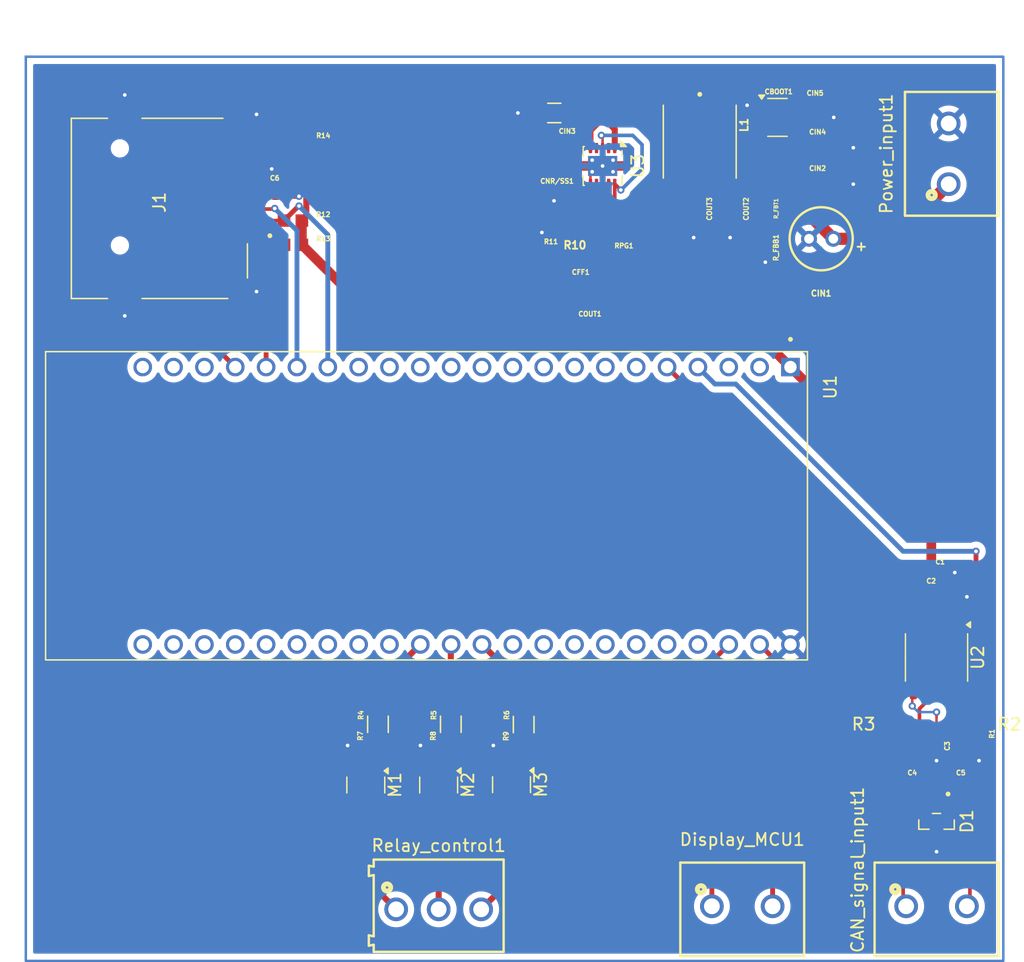
<source format=kicad_pcb>
(kicad_pcb (version 20241229) (generator "pcbnew") (generator_version "9.0")
  (layers (0 "F.Cu" signal) (2 "B.Cu" signal) (13 "F.Paste" user) (15 "B.Paste" user) (5 "F.SilkS" user "F.Silkscreen") (7 "B.SilkS" user "B.Silkscreen") (1 "F.Mask" user) (3 "B.Mask" user) (25 "Edge.Cuts" user))
  (net 0 "")
  (net 1 "+3V3")
  (net 2 "GND")
  (net 3 "Net-(U2-Vref)")
  (net 4 "/CAN H")
  (net 5 "/CAN L")
  (net 6 "Net-(U4-CB)")
  (net 7 "Net-(U4-SW)")
  (net 8 "Net-(U3-FB)")
  (net 9 "/12V in")
  (net 10 "/Vin LDO")
  (net 11 "Net-(U3-SS)")
  (net 12 "/GPIO17 (TX)")
  (net 13 "/GPIO18 (RX)")
  (net 14 "Net-(M1-G)")
  (net 15 "Net-(M2-G)")
  (net 16 "Net-(M3-G)")
  (net 17 "Net-(U2-Rs)")
  (net 18 "/GPIO 35")
  (net 19 "/GPIO 36")
  (net 20 "/GPIO 37")
  (net 21 "/M2 drain")
  (net 22 "/M1 drain")
  (net 23 "/M3 drain")
  (net 24 "Net-(U3-PG)")
  (net 25 "Net-(U4-FB)")
  (net 53 "/MOSI")
  (net 56 "/SCK")
  (net 57 "/MISO")
  (net 60 "/ESP RX pin")
  (net 61 "/ESP TX pin")
  (net 64 "Net-(J1-DAT1)")
  (net 65 "Net-(J1-DAT2)")
  (net 66 "/CS")
  (footprint "WCAP-ATG5_5X11:WCAP-ATG5_5X11_DXL_" (layer "F.Cu") (at 166.25 72.25)
    (property "Reference" "CIN1")
    (property "Value" "10uF")
  )
  (footprint "CL05B103KO5NNNC:CAPC1005X55N" (layer "F.Cu") (at 146.75 74.125 180)
    (property "Reference" "CFF1")
    (property "Value" "10nF")
  )
  (footprint "RC1206JR-071K6L:RESC3116X65N" (layer "F.Cu") (at 141.75 112.275 90)
    (property "Reference" "R9")
    (property "Value" "1.6kΩ")
  )
  (footprint "MSD-1-A:CUI_MSD-1-A" (layer "F.Cu") (at 111.75 69.75 -90)
    (property "Reference" "J1")
    (property "Value" "MSD-1-A")
  )
  (footprint "pes_logo:new_pes_logo" (layer "F.Cu") (at 113.25 119.75)
    (property "Reference" "LOGO_placeholder1" (hide yes))
    (property "Value" "C" (hide yes))
  )
  (footprint "GRM0335C1E300JA01D:CAPC0603X33N" (layer "F.Cu") (at 174.969 115.969)
    (property "Reference" "C5")
    (property "Value" "30pF")
  )
  (footprint "Resistor_SMD:R_0201_0603Metric_Pad0.64x0.40mm_HandSolder" (layer "F.Cu") (at 176.75 112.25 180)
    (property "Reference" "R2")
    (property "Value" "59Ω")
  )
  (footprint "RC0402FR-0713K7L:RESC1005X40N" (layer "F.Cu") (at 161.65 72.682 -90)
    (property "Reference" "R_FBB1")
    (property "Value" "13.7  kΩ")
  )
  (footprint "CL05A104KA5NNNC:CAPC1005X55N" (layer "F.Cu") (at 165.75 62.25)
    (property "Reference" "CIN5")
    (property "Value" "0.1uF")
  )
  (footprint "RMCF0603FT1K00:RESC1508X55N" (layer "F.Cu") (at 179.25 113.25 -90)
    (property "Reference" "R1")
    (property "Value" "1KΩ")
  )
  (footprint "RC1206JR-071K6L:RESC3116X65N" (layer "F.Cu") (at 129.75 112.25375 90)
    (property "Reference" "R7")
    (property "Value" "1.6kΩ")
  )
  (footprint "CL21A475KAQNNNE:CAPC2012X140N" (layer "F.Cu") (at 166.395 67.75)
    (property "Reference" "CIN2")
    (property "Value" "4.7uF")
  )
  (footprint "CL05A104KA5NNNC:CAPC1005X55N" (layer "F.Cu") (at 175.75 99.75)
    (property "Reference" "C1")
    (property "Value" "0.1uF")
  )
  (footprint "RC0603FR-0710KL:RESC1607X60N" (layer "F.Cu") (at 122.75 64.25 180)
    (property "Reference" "R14")
    (property "Value" "10kΩ")
  )
  (footprint "CL21A476MQYNNNG:CAPC2012X145N" (layer "F.Cu") (at 146.75 77.125 180)
    (property "Reference" "COUT1")
    (property "Value" "47uF")
  )
  (footprint "CL21A475KAQNNNE:CAPC2012X140N" (layer "F.Cu") (at 175.75 101.75)
    (property "Reference" "C2")
    (property "Value" "4.7uF")
  )
  (footprint "Package_SO:SOIC-8_3.9x4.9mm_P1.27mm" (layer "F.Cu") (at 175.75 106.75 -90)
    (property "Reference" "U2")
    (property "Value" "SN65HVD230")
  )
  (footprint "RC0603FR-0710KL:RESC1607X60N" (layer "F.Cu") (at 149.75 71.73 180)
    (property "Reference" "RPG1")
    (property "Value" "10 kΩ")
  )
  (footprint "VLS6045EX-6R8M:IND_VLS6045EX-6R8M" (layer "F.Cu") (at 156.25 64.25 -90)
    (property "Reference" "L1")
    (property "Value" "6.8 µH")
  )
  (footprint "GRM0335C1E300JA01D:CAPC0603X33N" (layer "F.Cu") (at 176.415 115.969 180)
    (property "Reference" "C4")
    (property "Value" "30pF")
  )
  (footprint "RC0201FR-073K74L:RESC0603X26N" (layer "F.Cu") (at 144.531 71.73 180)
    (property "Reference" "R11")
    (property "Value" "3.74 kΩ")
  )
  (footprint "RC1206JR-071K6L:RESC3116X65N" (layer "F.Cu") (at 135.75 112.25375 90)
    (property "Reference" "R8")
    (property "Value" "1.6kΩ")
  )
  (footprint "RC0603FR-0710KL:RESC1607X60N" (layer "F.Cu") (at 133.25 111.765 -90)
    (property "Reference" "R5")
    (property "Value" "10kΩ")
  )
  (footprint "CL31B106KAHNNNE:CAPC3216X180N" (layer "F.Cu") (at 144.275 61.885 180)
    (property "Reference" "CIN3")
    (property "Value" "10uF")
  )
  (footprint "Resistor_SMD:R_0201_0603Metric_Pad0.64x0.40mm_HandSolder" (layer "F.Cu") (at 174.75 112.25 180)
    (property "Reference" "R3")
    (property "Value" "59Ω")
  )
  (footprint "Package_SON:VSON-10-1EP_3x3mm_P0.5mm_EP1.65x2.4mm_ThermalVias" (layer "F.Cu") (at 148.25 66.25 -90)
    (property "Reference" "U3")
    (property "Value" "TPS74801AWDRC")
  )
  (footprint "CL05A104KA5NNNC:CAPC1005X55N" (layer "F.Cu") (at 162.65 59.25 180)
    (property "Reference" "CBOOT1")
    (property "Value" "0.1uF")
  )
  (footprint "RC0603FR-0710KL:RESC1607X60N" (layer "F.Cu") (at 139.25 111.75375 -90)
    (property "Reference" "R6")
    (property "Value" "10kΩ")
  )
  (footprint "Package_TO_SOT_SMD:SOT-23" (layer "F.Cu") (at 140.75 117.2325 -90)
    (property "Reference" "M3")
    (property "Value" "NTR2101P")
  )
  (footprint "CL05B103KO5NNNC:CAPC1005X55N" (layer "F.Cu") (at 145.75 69.125 180)
    (property "Reference" "CNR/SS1")
    (property "Value" "10nF")
  )
  (footprint "RC0603FR-0710KL:RESC1607X60N" (layer "F.Cu") (at 127.25 111.75375 -90)
    (property "Reference" "R4")
    (property "Value" "10kΩ")
  )
  (footprint "ESP32-S3-DEVKITC-1-N8R8:ESP32-S3-DEVKITC-1-N8R8" (layer "F.Cu") (at 133.75 94.25 -90)
    (property "Reference" "U1")
    (property "Value" "ESP32-S3-DEVKITC-1-N8R8")
  )
  (footprint "CL05A104KA5NNNC:CAPC1005X55N" (layer "F.Cu") (at 121.75 68.75)
    (property "Reference" "C6")
    (property "Value" "0.1uF")
  )
  (footprint "CL21A226MAYNNNE:CAPC2012X145N" (layer "F.Cu") (at 155.73 70.25 -90)
    (property "Reference" "COUT3")
    (property "Value" "22uF")
  )
  (footprint "CL05A104KA5NNNC:CAPC1005X55N" (layer "F.Cu") (at 175.75 113.75 -90)
    (property "Reference" "C3")
    (property "Value" "4.7nF")
  )
  (footprint "RC0603FR-0710KL:RESC1607X60N" (layer "F.Cu") (at 122.75 72.75 180)
    (property "Reference" "R13")
    (property "Value" "10kΩ")
  )
  (footprint "691214110003:691214110003" (layer "F.Cu") (at 134.75 127.5)
    (property "Reference" "Relay_control1")
    (property "Value" "Screw_Terminal_01x03" (hide yes))
  )
  (footprint "ESD2CAN24DBZRQ1:SOT95P237X112-3N" (layer "F.Cu") (at 175.75 120.25 -90)
    (property "Reference" "D1")
    (property "Value" "ESD2CAN24DBZRQ1" (hide yes))
  )
  (footprint "Package_TO_SOT_SMD:SOT-23" (layer "F.Cu") (at 128.75 117.25375 -90)
    (property "Reference" "M1")
    (property "Value" "NTR2101P")
  )
  (footprint "691137710002:691137710002" (layer "F.Cu") (at 175.75 127.25)
    (property "Reference" "CAN_signal_input1")
    (property "Value" "Screw_Terminal_01x02" (hide yes))
  )
  (footprint "691137710002:691137710002" (layer "F.Cu") (at 159.75 127.25)
    (property "Reference" "Display_MCU1")
    (property "Value" "Screw_Terminal_01x02" (hide yes))
  )
  (footprint "CL21A475KAQNNNE:CAPC2012X140N" (layer "F.Cu") (at 166.395 64.75)
    (property "Reference" "CIN4")
    (property "Value" "4.7uF")
  )
  (footprint "Package_TO_SOT_SMD:SOT-23" (layer "F.Cu") (at 134.75 117.25375 -90)
    (property "Reference" "M2")
    (property "Value" "NTR2101P")
  )
  (footprint "Package_TO_SOT_SMD:SOT-23-6" (layer "F.Cu") (at 162.65 62.25)
    (property "Reference" "U4" (hide yes))
    (property "Value" "LMR51430")
  )
  (footprint "RC0402FR-07100KL:RESC1005X40" (layer "F.Cu") (at 161.65 70 -90)
    (property "Reference" "R_FBT1")
    (property "Value" "100 kΩ")
  )
  (footprint "CL21A226MAYNNNE:CAPC2012X145N" (layer "F.Cu") (at 158.75 70.25 -90)
    (property "Reference" "COUT2")
    (property "Value" "22uF")
  )
  (footprint "RC0402FR-1311K8L:RESC1005X40N" (layer "F.Cu") (at 146.75 71.625 180)
    (property "Reference" "R10")
    (property "Value" "11.8 kΩ")
  )
  (footprint "RC0603FR-0710KL:RESC1607X60N" (layer "F.Cu") (at 122.75 70.75 180)
    (property "Reference" "R12")
    (property "Value" "10kΩ")
  )
  (footprint "691137710002:691137710002" (layer "F.Cu") (at 176.75 65.25 90)
    (property "Reference" "Power_input1")
    (property "Value" "Screw_Terminal_01x02")
  )
  (gr_rect (start 100.75 57.25) (end 181.25 131.75) (stroke (width 0.2)) (fill no) (layer "B.Cu"))
  (segment (start 129.985 79.25) (end 146.25 79.25) (width 0.8) (layer "F.Cu") (net 1))
  (segment (start 147.65 77.85) (end 147.65 77.125) (width 0.3) (layer "F.Cu") (net 1))
  (segment (start 174.855 104.015) (end 175.115 104.275) (width 0.6) (layer "F.Cu") (net 1))
  (segment (start 123.851 65.75) (end 123.851 64.616) (width 0.5) (layer "F.Cu") (net 1))
  (segment (start 175.318 99.75) (end 175.318 101.287) (width 0.6) (layer "F.Cu") (net 1))
  (segment (start 147.182 74.125) (end 147.182 76.657) (width 0.7) (layer "F.Cu") (net 1))
  (segment (start 121.318 68.75) (end 119.55 68.75) (width 0.5) (layer "F.Cu") (net 1))
  (segment (start 147.182 72.057) (end 147.182 74.125) (width 0.7) (layer "F.Cu") (net 1))
  (segment (start 121.318 68.283) (end 123.851 65.75) (width 0.5) (layer "F.Cu") (net 1))
  (segment (start 158.025 77.125) (end 163.72 82.82) (width 0.8) (layer "F.Cu") (net 1))
  (segment (start 123.851 66.25) (end 123.851 70.384) (width 0.5) (layer "F.Cu") (net 1))
  (segment (start 123.851 64.616) (end 123.851 66.25) (width 0.5) (layer "F.Cu") (net 1))
  (segment (start 148.75 71.465) (end 149.015 71.73) (width 0.2) (layer "F.Cu") (net 1))
  (segment (start 175.318 99.75) (end 175.318 94.418) (width 0.8) (layer "F.Cu") (net 1))
  (segment (start 123.851 70.384) (end 123.485 70.75) (width 0.2) (layer "F.Cu") (net 1))
  (segment (start 147.182 76.657) (end 147.65 77.125) (width 0.7) (layer "F.Cu") (net 1))
  (segment (start 147.18 71.625) (end 147.18 72.055) (width 0.5) (layer "F.Cu") (net 1))
  (segment (start 175.318 101.287) (end 174.855 101.75) (width 0.2) (layer "F.Cu") (net 1))
  (segment (start 147.65 77.125) (end 158.025 77.125) (width 0.8) (layer "F.Cu") (net 1))
  (segment (start 174.855 101.75) (end 174.855 104.015) (width 0.6) (layer "F.Cu") (net 1))
  (segment (start 146.25 79.25) (end 147.65 77.85) (width 0.8) (layer "F.Cu") (net 1))
  (segment (start 149.015 71.73) (end 147.285 71.73) (width 0.6) (layer "F.Cu") (net 1))
  (segment (start 148.75 67.725) (end 148.75 71.465) (width 0.5) (layer "F.Cu") (net 1))
  (segment (start 175.318 94.418) (end 163.72 82.82) (width 0.8) (layer "F.Cu") (net 1))
  (segment (start 119.55 68.75) (end 119.5 68.7) (width 0.2) (layer "F.Cu") (net 1))
  (segment (start 123.485 64.25) (end 123.851 64.616) (width 0.2) (layer "F.Cu") (net 1))
  (segment (start 123.485 70.75) (end 123.485 72.75) (width 0.8) (layer "F.Cu") (net 1))
  (segment (start 121.318 68.75) (end 121.318 68.283) (width 0.5) (layer "F.Cu") (net 1))
  (segment (start 123.485 72.75) (end 129.985 79.25) (width 0.8) (layer "F.Cu") (net 1))
  (segment (start 147.18 72.055) (end 147.182 72.057) (width 0.2) (layer "F.Cu") (net 1))
  (segment (start 122.75 68.75) (end 123.25 68.75) (width 0.4) (layer "F.Cu") (net 2))
  (segment (start 167.29 67.75) (end 168.895 67.75) (width 0.4) (layer "F.Cu") (net 2))
  (segment (start 175.75 115.969) (end 175.25 115.969) (width 0.2) (layer "F.Cu") (net 2))
  (segment (start 176.645 101.75) (end 178.25 101.75) (width 0.4) (layer "F.Cu") (net 2))
  (segment (start 176.385 102.01) (end 176.645 101.75) (width 0.2) (layer "F.Cu") (net 2))
  (segment (start 167.29 64.75) (end 168.895 64.75) (width 0.4) (layer "F.Cu") (net 2))
  (segment (start 144.25 71.73) (end 143.25 71.73) (width 0.4) (layer "F.Cu") (net 2))
  (segment (start 149.34 66.5) (end 149.11 66.73) (width 0.2) (layer "F.Cu") (net 2))
  (segment (start 161.65 73.114) (end 161.65 74.182) (width 0.4) (layer "F.Cu") (net 2))
  (segment (start 148.5 66) (end 148.25 66.25) (width 0.2) (layer "F.Cu") (net 2))
  (segment (start 133.8 114.55) (end 133.25 114) (width 0.4) (layer "F.Cu") (net 2))
  (segment (start 149.34 66) (end 149.11 65.77) (width 0.2) (layer "F.Cu") (net 2))
  (segment (start 147.16 66.5) (end 147.39 66.73) (width 0.2) (layer "F.Cu") (net 2))
  (segment (start 175.75 114.182) (end 175.75 115.25) (width 0.2) (layer "F.Cu") (net 2))
  (segment (start 155.73 72.13) (end 155.75 72.15) (width 0.2) (layer "F.Cu") (net 2))
  (segment (start 161.65 74.182) (end 161.65 73.682) (width 0.2) (layer "F.Cu") (net 2))
  (segment (start 149.8 66.5) (end 149.34 66.5) (width 0.2) (layer "F.Cu") (net 2))
  (segment (start 127.8 114.55) (end 127.25 114) (width 0.4) (layer "F.Cu") (net 2))
  (segment (start 146.7 66.5) (end 147.16 66.5) (width 0.2) (layer "F.Cu") (net 2))
  (segment (start 147.25 67.725) (end 147.25 66.87) (width 0.2) (layer "F.Cu") (net 2))
  (segment (start 175.75 115.969) (end 175.75 115.25) (width 0.2) (layer "F.Cu") (net 2))
  (segment (start 118.2 62) (end 119.75 62) (width 0.4) (layer "F.Cu") (net 2))
  (segment (start 148 66) (end 148.25 66.25) (width 0.2) (layer "F.Cu") (net 2))
  (segment (start 147.16 66) (end 147.39 65.77) (width 0.2) (layer "F.Cu") (net 2))
  (segment (start 142.815 61.885) (end 141.275 61.885) (width 0.4) (layer "F.Cu") (net 2))
  (segment (start 175.75 121.305) (end 175.75 122.75) (width 0.2) (layer "F.Cu") (net 2))
  (segment (start 145.318 69.125) (end 144.25 69.125) (width 0.4) (layer "F.Cu") (net 2))
  (segment (start 176.385 104.275) (end 176.385 102.01) (width 0.2) (layer "F.Cu") (net 2))
  (segment (start 155.73 71.15) (end 155.73 72.13) (width 0.4) (layer "F.Cu") (net 2))
  (segment (start 176.182 99.75) (end 177.25 99.75) (width 0.4) (layer "F.Cu") (net 2))
  (segment (start 146.7 66) (end 147.16 66) (width 0.2) (layer "F.Cu") (net 2))
  (segment (start 139.8 116.295) (end 139.8 114.55) (width 0.4) (layer "F.Cu") (net 2))
  (segment (start 139.25 112.48875) (end 139.25 114) (width 0.4) (layer "F.Cu") (net 2))
  (segment (start 176.645 101.75) (end 177.75 101.75) (width 0.4) (layer "F.Cu") (net 2))
  (segment (start 118.45 76.6) (end 119.75 76.6) (width 0.4) (layer "F.Cu") (net 2))
  (segment (start 108.9 62) (end 108.9 60.4) (width 0.4) (layer "F.Cu") (net 2))
  (segment (start 119.5 66.5) (end 121 66.5) (width 0.4) (layer "F.Cu") (net 2))
  (segment (start 127.25 112.48875) (end 127.25 114) (width 0.4) (layer "F.Cu") (net 2))
  (segment (start 148 66.5) (end 148.25 66.25) (width 0.2) (layer "F.Cu") (net 2))
  (segment (start 133.8 116.31625) (end 133.8 114.55) (width 0.4) (layer "F.Cu") (net 2))
  (segment (start 148.5 66.5) (end 148.25 66.25) (width 0.2) (layer "F.Cu") (net 2))
  (segment (start 160.2 61.3) (end 160.15 61.25) (width 0.2) (layer "F.Cu") (net 2))
  (segment (start 133.25 112.5) (end 133.25 114) (width 0.4) (layer "F.Cu") (net 2))
  (segment (start 176.134 115.969) (end 175.75 115.969) (width 0.2) (layer "F.Cu") (net 2))
  (segment (start 158.75 71.15) (end 158.75 72.15) (width 0.4) (layer "F.Cu") (net 2))
  (segment (start 179.25 114.01) (end 179.25 115.25) (width 0.4) (layer "F.Cu") (net 2))
  (segment (start 166.216 62.25) (end 167.284 62.25) (width 0.4) (layer "F.Cu") (net 2))
  (segment (start 127.8 116.31625) (end 127.8 114.55) (width 0.4) (layer "F.Cu") (net 2))
  (segment (start 139.8 114.55) (end 139.25 114) (width 0.4) (layer "F.Cu") (net 2))
  (segment (start 108.9 77.5) (end 108.9 78.6) (width 0.4) (layer "F.Cu") (net 2))
  (segment (start 161.5125 61.3) (end 160.2 61.3) (width 0.4) (layer "F.Cu") (net 2))
  (segment (start 147.25 66.87) (end 147.39 66.73) (width 0.2) (layer "F.Cu") (net 2))
  (segment (start 122.182 68.75) (end 122.75 68.75) (width 0.4) (layer "F.Cu") (net 2))
  (segment (start 149.8 66) (end 149.34 66) (width 0.2) (layer "F.Cu") (net 2))
  (via (at 139.25 114) (size 0.6) (drill 0.3) (layers "F.Cu" "B.Cu") (net 2))
  (via (at 168.895 67.75) (size 0.6) (drill 0.3) (layers "F.Cu" "B.Cu") (net 2))
  (via (at 167.284 62.25) (size 0.6) (drill 0.3) (layers "F.Cu" "B.Cu") (net 2))
  (via (at 133.25 114) (size 0.6) (drill 0.3) (layers "F.Cu" "B.Cu") (net 2))
  (via (at 119.75 62) (size 0.6) (drill 0.3) (layers "F.Cu" "B.Cu") (net 2))
  (via (at 177.25 99.75) (size 0.6) (drill 0.3) (layers "F.Cu" "B.Cu") (net 2))
  (via (at 143.25 71.73) (size 0.6) (drill 0.3) (layers "F.Cu" "B.Cu") (net 2))
  (via (at 160.15 61.25) (size 0.6) (drill 0.3) (layers "F.Cu" "B.Cu") (net 2))
  (via (at 127.25 114) (size 0.6) (drill 0.3) (layers "F.Cu" "B.Cu") (net 2))
  (via (at 158.75 72.15) (size 0.6) (drill 0.3) (layers "F.Cu" "B.Cu") (net 2))
  (via (at 141.275 61.885) (size 0.6) (drill 0.3) (layers "F.Cu" "B.Cu") (net 2))
  (via (at 123.25 68.75) (size 0.6) (drill 0.3) (layers "F.Cu" "B.Cu") (net 2))
  (via (at 179.25 115.25) (size 0.6) (drill 0.3) (layers "F.Cu" "B.Cu") (net 2))
  (via (at 155.75 72.15) (size 0.6) (drill 0.3) (layers "F.Cu" "B.Cu") (net 2))
  (via (at 119.75 76.6) (size 0.6) (drill 0.3) (layers "F.Cu" "B.Cu") (net 2))
  (via (at 108.9 78.6) (size 0.6) (drill 0.3) (layers "F.Cu" "B.Cu") (net 2))
  (via (at 175.75 115.25) (size 0.6) (drill 0.3) (layers "F.Cu" "B.Cu") (net 2))
  (via (at 108.9 60.4) (size 0.6) (drill 0.3) (layers "F.Cu" "B.Cu") (net 2))
  (via (at 168.895 64.75) (size 0.6) (drill 0.3) (layers "F.Cu" "B.Cu") (net 2))
  (via (at 178.25 101.75) (size 0.6) (drill 0.3) (layers "F.Cu" "B.Cu") (net 2))
  (via (at 161.65 74.182) (size 0.6) (drill 0.3) (layers "F.Cu" "B.Cu") (net 2))
  (via (at 121 66.5) (size 0.6) (drill 0.3) (layers "F.Cu" "B.Cu") (net 2))
  (via (at 144.25 69.125) (size 0.6) (drill 0.3) (layers "F.Cu" "B.Cu") (net 2))
  (via (at 175.75 122.75) (size 0.6) (drill 0.3) (layers "F.Cu" "B.Cu") (net 2))
  (segment (start 175.75 112.25) (end 175.1575 112.25) (width 0.2) (layer "F.Cu") (net 3))
  (segment (start 175.75 112.25) (end 175.75 111.25) (width 0.2) (layer "F.Cu") (net 3))
  (segment (start 176.3425 112.25) (end 175.75 112.25) (width 0.2) (layer "F.Cu") (net 3))
  (segment (start 173.75 110.75) (end 173.75 109.32) (width 0.2) (layer "F.Cu") (net 3))
  (segment (start 175.75 112.25) (end 175.75 113.318) (width 0.2) (layer "F.Cu") (net 3))
  (segment (start 175.75 111.25) (end 175.75 111.66) (width 0.2) (layer "F.Cu") (net 3))
  (segment (start 173.75 109.32) (end 173.845 109.225) (width 0.2) (layer "F.Cu") (net 3))
  (via (at 173.75 110.75) (size 0.6) (drill 0.3) (layers "F.Cu" "B.Cu") (net 3))
  (via (at 175.75 111.25) (size 0.6) (drill 0.3) (layers "F.Cu" "B.Cu") (net 3))
  (segment (start 175.75 111.25) (end 174.25 111.25) (width 0.2) (layer "B.Cu") (net 3))
  (segment (start 174.25 111.25) (end 173.75 110.75) (width 0.2) (layer "B.Cu") (net 3))
  (segment (start 176.625 115.898) (end 176.696 115.969) (width 0.2) (layer "F.Cu") (net 4))
  (segment (start 177.1575 110.972499) (end 177.1575 113.25) (width 0.3) (layer "F.Cu") (net 4))
  (segment (start 177.1575 115.5075) (end 176.696 115.969) (width 0.3) (layer "F.Cu") (net 4))
  (segment (start 178.5 120.995) (end 178.5 127) (width 0.3) (layer "F.Cu") (net 4))
  (segment (start 176.7 119.195) (end 178.5 120.995) (width 0.3) (layer "F.Cu") (net 4))
  (segment (start 176.385 110.199999) (end 177.1575 110.972499) (width 0.3) (layer "F.Cu") (net 4))
  (segment (start 177.1575 113.25) (end 177.1575 115.5075) (width 0.3) (layer "F.Cu") (net 4))
  (segment (start 176.385 109.225) (end 176.385 110.199999) (width 0.2) (layer "F.Cu") (net 4))
  (segment (start 176.696 119.191) (end 176.7 119.195) (width 0.2) (layer "F.Cu") (net 4))
  (segment (start 176.696 115.969) (end 176.696 119.191) (width 0.3) (layer "F.Cu") (net 4))
  (segment (start 178.5 127) (end 178.25 127.25) (width 0.3) (layer "F.Cu") (net 4))
  (segment (start 174.688 115.969) (end 174.688 119.083) (width 0.3) (layer "F.Cu") (net 5))
  (segment (start 175.115 110.199999) (end 174.3425 110.972499) (width 0.3) (layer "F.Cu") (net 5))
  (segment (start 173 120.995) (end 173 127) (width 0.3) (layer "F.Cu") (net 5))
  (segment (start 174.3425 110.972499) (end 174.3425 113.25) (width 0.3) (layer "F.Cu") (net 5))
  (segment (start 174.3425 113.25) (end 174.3425 115.6235) (width 0.3) (layer "F.Cu") (net 5))
  (segment (start 174.688 119.083) (end 174.8 119.195) (width 0.2) (layer "F.Cu") (net 5))
  (segment (start 174.75 115.907) (end 174.688 115.969) (width 0.2) (layer "F.Cu") (net 5))
  (segment (start 173 127) (end 173.25 127.25) (width 0.3) (layer "F.Cu") (net 5))
  (segment (start 174.3425 115.6235) (end 174.688 115.969) (width 0.3) (layer "F.Cu") (net 5))
  (segment (start 174.8 119.195) (end 173 120.995) (width 0.3) (layer "F.Cu") (net 5))
  (segment (start 175.115 109.225) (end 175.115 110.199999) (width 0.2) (layer "F.Cu") (net 5))
  (segment (start 164.15 60.9375) (end 163.7875 61.3) (width 0.4) (layer "F.Cu") (net 6))
  (segment (start 164.15 59.75) (end 164.15 60.9375) (width 0.4) (layer "F.Cu") (net 6))
  (segment (start 163.65 59.25) (end 164.15 59.75) (width 0.4) (layer "F.Cu") (net 6))
  (segment (start 163.082 59.25) (end 163.65 59.25) (width 0.4) (layer "F.Cu") (net 6))
  (segment (start 162.218 59.25) (end 159.15 59.25) (width 0.4) (layer "F.Cu") (net 7))
  (segment (start 156.35 62.25) (end 156.25 62.15) (width 0.2) (layer "F.Cu") (net 7))
  (segment (start 159.15 59.25) (end 156.25 62.15) (width 0.4) (layer "F.Cu") (net 7))
  (segment (start 161.5125 62.25) (end 156.35 62.25) (width 0.8) (layer "F.Cu") (net 7))
  (segment (start 144.917 71.625) (end 144.812 71.73) (width 0.2) (layer "F.Cu") (net 8))
  (segment (start 146.318 72.057) (end 146.318 74.125) (width 0.3) (layer "F.Cu") (net 8))
  (segment (start 146.318 74.125) (end 146.318 76.657) (width 0.3) (layer "F.Cu") (net 8))
  (segment (start 148.25 68.625) (end 146.32 70.555) (width 0.3) (layer "F.Cu") (net 8))
  (segment (start 146.32 71.625) (end 146.32 72.055) (width 0.3) (layer "F.Cu") (net 8))
  (segment (start 146.318 76.657) (end 145.85 77.125) (width 0.2) (layer "F.Cu") (net 8))
  (segment (start 146.32 71.625) (end 144.917 71.625) (width 0.3) (layer "F.Cu") (net 8))
  (segment (start 146.32 72.055) (end 146.318 72.057) (width 0.3) (layer "F.Cu") (net 8))
  (segment (start 146.32 70.555) (end 146.32 71.625) (width 0.3) (layer "F.Cu") (net 8))
  (segment (start 148.25 67.725) (end 148.25 68.625) (width 0.3) (layer "F.Cu") (net 8))
  (segment (start 172.25 72.25) (end 176.75 67.75) (width 1) (layer "F.Cu") (net 9))
  (segment (start 165.5 67.75) (end 165.5 70.5) (width 1) (layer "F.Cu") (net 9))
  (segment (start 165.5 64.75) (end 165.5 62.432) (width 0.6) (layer "F.Cu") (net 9))
  (segment (start 162.2 63.2) (end 163.15 62.25) (width 0.6) (layer "F.Cu") (net 9))
  (segment (start 165.5 70.5) (end 167.25 72.25) (width 1) (layer "F.Cu") (net 9))
  (segment (start 163.15 62.25) (end 163.7875 62.25) (width 0.2) (layer "F.Cu") (net 9))
  (segment (start 161.5125 63.2) (end 162.2 63.2) (width 0.2) (layer "F.Cu") (net 9))
  (segment (start 165.318 62.25) (end 163.7875 62.25) (width 0.6) (layer "F.Cu") (net 9))
  (segment (start 167.25 72.25) (end 172.25 72.25) (width 1) (layer "F.Cu") (net 9))
  (segment (start 165.5 66.25) (end 165.5 64.75) (width 1) (layer "F.Cu") (net 9))
  (segment (start 163.8555 62.182) (end 163.7875 62.25) (width 0.2) (layer "F.Cu") (net 9))
  (segment (start 165.5 67.75) (end 165.5 66.25) (width 1) (layer "F.Cu") (net 9))
  (segment (start 148.005 61.885) (end 148.35 62.23) (width 0.6) (layer "F.Cu") (net 10))
  (segment (start 151.23 62.23) (end 155.35 66.35) (width 0.8) (layer "F.Cu") (net 10))
  (segment (start 148.35 62.23) (end 151.23 62.23) (width 0.8) (layer "F.Cu") (net 10))
  (segment (start 147.25 63.33) (end 148.25 62.33) (width 0.5) (layer "F.Cu") (net 10))
  (segment (start 148.35 62.33) (end 148.75 62.73) (width 0.5) (layer "F.Cu") (net 10))
  (segment (start 161.85 69.15) (end 161.65 69.35) (width 0.2) (layer "F.Cu") (net 10))
  (segment (start 158.75 69.35) (end 155.73 69.35) (width 1) (layer "F.Cu") (net 10))
  (segment (start 148.45 62.23) (end 148.35 62.33) (width 0.2) (layer "F.Cu") (net 10))
  (segment (start 147.25 63.33) (end 147.25 64.775) (width 0.5) (layer "F.Cu") (net 10))
  (segment (start 156.25 66.35) (end 156.25 68.83) (width 1) (layer "F.Cu") (net 10))
  (segment (start 161.65 69.35) (end 157.25 69.35) (width 0.6) (layer "F.Cu") (net 10))
  (segment (start 155.35 66.35) (end 156.25 66.35) (width 0.8) (layer "F.Cu") (net 10))
  (segment (start 148.75 64.775) (end 149.25 64.775) (width 0.3) (layer "F.Cu") (net 10))
  (segment (start 148.75 62.73) (end 149.25 63.23) (width 0.5) (layer "F.Cu") (net 10))
  (segment (start 145.735 61.885) (end 148.005 61.885) (width 0.6) (layer "F.Cu") (net 10))
  (segment (start 148.25 62.33) (end 148.35 62.33) (width 0.2) (layer "F.Cu") (net 10))
  (segment (start 148.35 62.23) (end 148.35 62.33) (width 0.3) (layer "F.Cu") (net 10))
  (segment (start 149.25 63.23) (end 149.25 64.775) (width 0.5) (layer "F.Cu") (net 10))
  (segment (start 146.801612 69.125) (end 147.75 68.176612) (width 0.3) (layer "F.Cu") (net 11))
  (segment (start 146.182 69.125) (end 146.801612 69.125) (width 0.3) (layer "F.Cu") (net 11))
  (segment (start 147.75 68.176612) (end 147.75 67.725) (width 0.3) (layer "F.Cu") (net 11))
  (segment (start 162.25 127.25) (end 162.25 106.75) (width 0.4) (layer "F.Cu") (net 12))
  (segment (start 162.25 106.75) (end 161.18 105.68) (width 0.4) (layer "F.Cu") (net 12))
  (segment (start 157.25 107.07) (end 158.64 105.68) (width 0.4) (layer "F.Cu") (net 13))
  (segment (start 157.25 127.25) (end 157.25 107.07) (width 0.4) (layer "F.Cu") (net 13))
  (segment (start 129.75 113.73375) (end 129.75 116.26625) (width 0.5) (layer "F.Cu") (net 14))
  (segment (start 129.75 116.26625) (end 129.7 116.31625) (width 0.2) (layer "F.Cu") (net 14))
  (segment (start 135.75 113.73375) (end 135.75 116.26625) (width 0.5) (layer "F.Cu") (net 15))
  (segment (start 135.75 116.26625) (end 135.7 116.31625) (width 0.2) (layer "F.Cu") (net 15))
  (segment (start 141.75 116.245) (end 141.7 116.295) (width 0.2) (layer "F.Cu") (net 16))
  (segment (start 141.75 113.755) (end 141.75 116.245) (width 0.5) (layer "F.Cu") (net 16))
  (segment (start 177.655 110.895) (end 179.25 112.49) (width 0.2) (layer "F.Cu") (net 17))
  (segment (start 177.655 109.225) (end 177.655 110.895) (width 0.2) (layer "F.Cu") (net 17))
  (segment (start 129.75 109.17) (end 133.24 105.68) (width 0.5) (layer "F.Cu") (net 18))
  (segment (start 129.505 111.01875) (end 129.75 110.77375) (width 0.2) (layer "F.Cu") (net 18))
  (segment (start 129.75 110.77375) (end 129.75 109.17) (width 0.5) (layer "F.Cu") (net 18))
  (segment (start 127.25 111.01875) (end 129.505 111.01875) (width 0.3) (layer "F.Cu") (net 18))
  (segment (start 135.49375 111.03) (end 135.75 110.77375) (width 0.2) (layer "F.Cu") (net 19))
  (segment (start 135.75 110.77375) (end 135.75 105.71) (width 0.5) (layer "F.Cu") (net 19))
  (segment (start 135.75 110.5) (end 135.78 110.47) (width 0.2) (layer "F.Cu") (net 19))
  (segment (start 133.25 111.03) (end 135.49375 111.03) (width 0.3) (layer "F.Cu") (net 19))
  (segment (start 135.75 110.77375) (end 135.75 110.5) (width 0.2) (layer "F.Cu") (net 19))
  (segment (start 135.75 105.71) (end 135.78 105.68) (width 0.2) (layer "F.Cu") (net 19))
  (segment (start 141.75 110.795) (end 141.75 109.11) (width 0.5) (layer "F.Cu") (net 20))
  (segment (start 139.25 111.01875) (end 141.52625 111.01875) (width 0.3) (layer "F.Cu") (net 20))
  (segment (start 141.52625 111.01875) (end 141.75 110.795) (width 0.2) (layer "F.Cu") (net 20))
  (segment (start 141.75 109.11) (end 138.32 105.68) (width 0.5) (layer "F.Cu") (net 20))
  (segment (start 134.75 118.19125) (end 134.75 127.5) (width 0.5) (layer "F.Cu") (net 21))
  (segment (start 128.75 118.19125) (end 128.75 125) (width 0.5) (layer "F.Cu") (net 22))
  (segment (start 128.75 125) (end 131.25 127.5) (width 0.5) (layer "F.Cu") (net 22))
  (segment (start 140.75 118.17) (end 140.75 125) (width 0.5) (layer "F.Cu") (net 23))
  (segment (start 140.75 125) (end 138.25 127.5) (width 0.5) (layer "F.Cu") (net 23))
  (segment (start 148.25 63.83) (end 148.15 63.73) (width 0.2) (layer "F.Cu") (net 24))
  (segment (start 148.25 64.775) (end 148.25 63.83) (width 0.2) (layer "F.Cu") (net 24))
  (segment (start 149.25 67.725) (end 149.25 70.495) (width 0.3) (layer "F.Cu") (net 24))
  (segment (start 149.25 70.495) (end 150.485 71.73) (width 0.3) (layer "F.Cu") (net 24))
  (segment (start 149.25 67.73) (end 149.75 68.23) (width 0.3) (layer "F.Cu") (net 24))
  (segment (start 149.25 67.725) (end 149.25 67.73) (width 0.2) (layer "F.Cu") (net 24))
  (via (at 148.15 63.73) (size 0.6) (drill 0.3) (layers "F.Cu" "B.Cu") (net 24))
  (via (at 149.75 68.23) (size 0.6) (drill 0.3) (layers "F.Cu" "B.Cu") (net 24))
  (segment (start 150.73 63.73) (end 151.5 64.5) (width 0.3) (layer "B.Cu") (net 24))
  (segment (start 149.75 68.23) (end 149.77 68.23) (width 0.3) (layer "B.Cu") (net 24))
  (segment (start 149.77 68.23) (end 151.5 66.5) (width 0.3) (layer "B.Cu") (net 24))
  (segment (start 148.15 63.73) (end 150.73 63.73) (width 0.3) (layer "B.Cu") (net 24))
  (segment (start 151.5 64.5) (end 151.5 66.5) (width 0.3) (layer "B.Cu") (net 24))
  (segment (start 163.7875 68.5125) (end 161.65 70.65) (width 0.4) (layer "F.Cu") (net 25))
  (segment (start 161.65 70.65) (end 161.65 72.25) (width 0.4) (layer "F.Cu") (net 25))
  (segment (start 163.7875 63.2) (end 163.7875 68.5125) (width 0.4) (layer "F.Cu") (net 25))
  (segment (start 121.2 69.8) (end 121.25 69.75) (width 0.2) (layer "F.Cu") (net 53))
  (segment (start 119.5 69.8) (end 121.2 69.8) (width 0.3) (layer "F.Cu") (net 53))
  (via (at 121.25 69.75) (size 0.6) (drill 0.3) (layers "F.Cu" "B.Cu") (net 53))
  (segment (start 123.08 71.58) (end 123.08 82.82) (width 0.4) (layer "B.Cu") (net 53))
  (segment (start 121.25 69.75) (end 123.08 71.58) (width 0.4) (layer "B.Cu") (net 53))
  (segment (start 120.54 76.04) (end 120.54 76.538) (width 0.4) (layer "F.Cu") (net 56))
  (segment (start 117.75 73.25) (end 120.54 76.04) (width 0.4) (layer "F.Cu") (net 56))
  (segment (start 120.54 76.538) (end 120.54 82.82) (width 0.4) (layer "F.Cu") (net 56))
  (segment (start 117.75 68.35) (end 117.75 73.25) (width 0.4) (layer "F.Cu") (net 56))
  (segment (start 119.5 67.6) (end 118.5 67.6) (width 0.4) (layer "F.Cu") (net 56))
  (segment (start 118.5 67.6) (end 117.75 68.35) (width 0.4) (layer "F.Cu") (net 56))
  (segment (start 119.5 65.4) (end 118.5 65.4) (width 0.4) (layer "F.Cu") (net 57))
  (segment (start 115.5 80.32) (end 118 82.82) (width 0.4) (layer "F.Cu") (net 57))
  (segment (start 115.5 68.4) (end 115.5 80.32) (width 0.4) (layer "F.Cu") (net 57))
  (segment (start 118.5 65.4) (end 115.5 68.4) (width 0.4) (layer "F.Cu") (net 57))
  (segment (start 177.655 104.275) (end 179 102.93) (width 0.4) (layer "F.Cu") (net 60))
  (segment (start 179 102.93) (end 179 98) (width 0.4) (layer "F.Cu") (net 60))
  (via (at 179 98) (size 0.6) (drill 0.3) (layers "F.Cu" "B.Cu") (net 60))
  (segment (start 157.5 84.22) (end 159.22 84.22) (width 0.4) (layer "B.Cu") (net 60))
  (segment (start 159.22 84.22) (end 173 98) (width 0.4) (layer "B.Cu") (net 60))
  (segment (start 156.1 82.82) (end 157.5 84.22) (width 0.4) (layer "B.Cu") (net 60))
  (segment (start 173 98) (end 179 98) (width 0.4) (layer "B.Cu") (net 60))
  (segment (start 173.845 103.105) (end 153.56 82.82) (width 0.4) (layer "F.Cu") (net 61))
  (segment (start 173.845 104.275) (end 173.845 103.105) (width 0.4) (layer "F.Cu") (net 61))
  (segment (start 122.015 64.25) (end 119.55 64.25) (width 0.3) (layer "F.Cu") (net 64))
  (segment (start 119.55 64.25) (end 119.5 64.3) (width 0.2) (layer "F.Cu") (net 64))
  (segment (start 120.25 72.75) (end 119.5 72) (width 0.3) (layer "F.Cu") (net 65))
  (segment (start 122.015 72.75) (end 120.25 72.75) (width 0.3) (layer "F.Cu") (net 65))
  (segment (start 122.015 70.75) (end 123.214997 69.550003) (width 0.4) (layer "F.Cu") (net 66))
  (segment (start 119.65 70.75) (end 119.5 70.9) (width 0.2) (layer "F.Cu") (net 66))
  (segment (start 122.015 70.75) (end 119.65 70.75) (width 0.3) (layer "F.Cu") (net 66))
  (segment (start 123.214997 69.550003) (end 123.25 69.550003) (width 0.2) (layer "F.Cu") (net 66))
  (via (at 123.25 69.550003) (size 0.6) (drill 0.3) (layers "F.Cu" "B.Cu") (net 66))
  (segment (start 125.62 71.920003) (end 123.25 69.550003) (width 0.4) (layer "B.Cu") (net 66))
  (segment (start 125.62 82.82) (end 125.62 71.920003) (width 0.4) (layer "B.Cu") (net 66))
  (zone (net 2) (net_name "GND") (layer "B.Cu") (connect_pads (clearance 0.5)) (min_thickness 0.25) (fill yes (thermal_gap 0.5) (thermal_bridge_width 0.5))
    (polygon (pts (xy 100.75 57.25) (xy 100.75 131.75) (xy 181.25 131.75) (xy 181.25 57.25)))
  )
)
</source>
